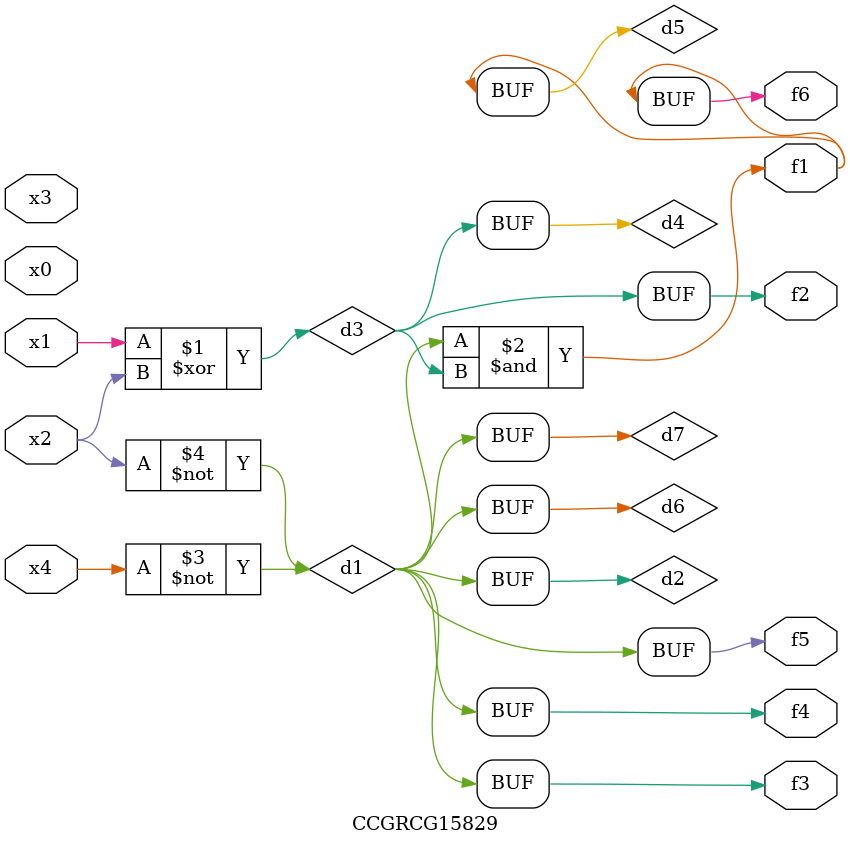
<source format=v>
module CCGRCG15829(
	input x0, x1, x2, x3, x4,
	output f1, f2, f3, f4, f5, f6
);

	wire d1, d2, d3, d4, d5, d6, d7;

	not (d1, x4);
	not (d2, x2);
	xor (d3, x1, x2);
	buf (d4, d3);
	and (d5, d1, d3);
	buf (d6, d1, d2);
	buf (d7, d2);
	assign f1 = d5;
	assign f2 = d4;
	assign f3 = d7;
	assign f4 = d7;
	assign f5 = d7;
	assign f6 = d5;
endmodule

</source>
